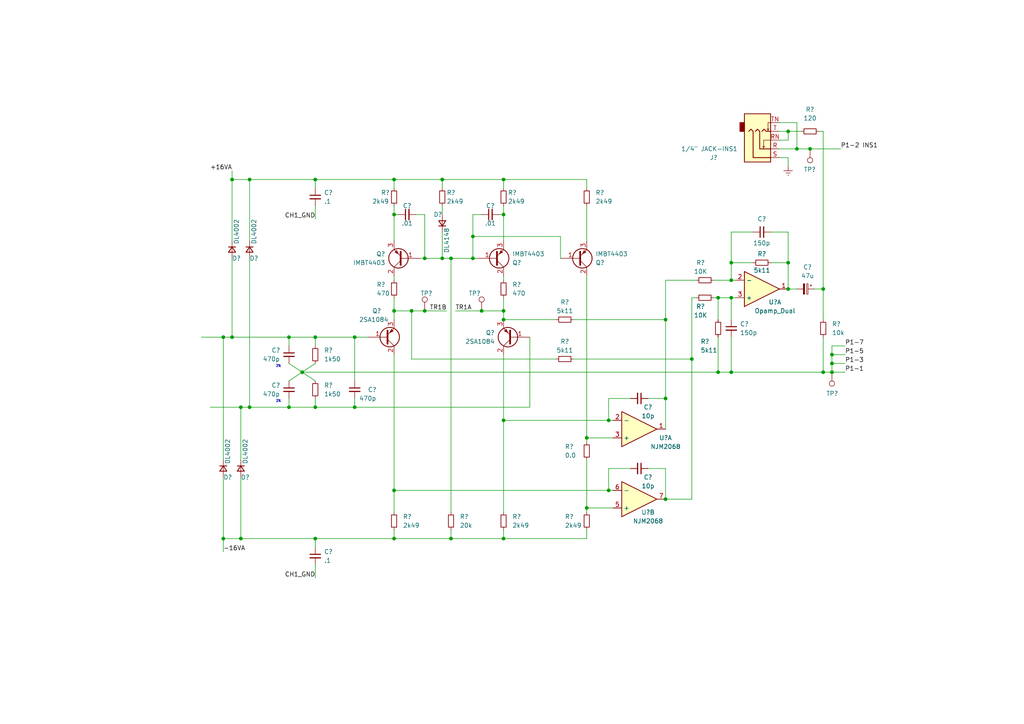
<source format=kicad_sch>
(kicad_sch (version 20211123) (generator eeschema)
  (paper "A4")
  (lib_symbols
    (symbol "Connector:AudioJack3_SwitchTR"
      (property "Reference" "J" (at 0 8.89 0))
      (property "Value" "AudioJack3_SwitchTR" (at 0 6.35 0))
      (symbol "AudioJack3_SwitchTR_0_1"
        (rectangle (start -5.08 -5.08) (end -6.35 -7.62) (stroke (width 0.254)) (fill (type outline)))
        (polyline (pts (xy 0.508 -0.254) (xy 0.762 -0.762)))
        (polyline (pts (xy 1.778 -5.334) (xy 2.032 -5.842)))
        (polyline (pts (xy 0 -5.08) (xy 0.635 -5.715) (xy 1.27 -5.08) (xy 2.54 -5.08)) (stroke (width 0.254)))
        (polyline (pts (xy 2.54 -7.62) (xy 1.778 -7.62) (xy 1.778 -5.334) (xy 1.524 -5.842)))
        (polyline (pts (xy 2.54 -2.54) (xy 0.508 -2.54) (xy 0.508 -0.254) (xy 0.254 -0.762)))
        (polyline (pts (xy -1.905 -5.08) (xy -1.27 -5.715) (xy -0.635 -5.08) (xy -0.635 0) (xy 2.54 0)) (stroke (width 0.254)))
        (polyline (pts (xy 2.54 2.54) (xy -2.54 2.54) (xy -2.54 -5.08) (xy -3.175 -5.715) (xy -3.81 -5.08)) (stroke (width 0.254)))
        (rectangle (start 2.54 3.81) (end -5.08 -10.16) (stroke (width 0.254)) (fill (type background)))
      )
      (symbol "AudioJack3_SwitchTR_1_1"
        (pin passive line (at 5.08 0 180) (length 2.54) (name "~") (number "R"))
        (pin passive line (at 5.08 -2.54 180) (length 2.54) (name "~") (number "RN"))
        (pin passive line (at 5.08 2.54 180) (length 2.54) (name "~") (number "S"))
        (pin passive line (at 5.08 -5.08 180) (length 2.54) (name "~") (number "T"))
        (pin passive line (at 5.08 -7.62 180) (length 2.54) (name "~") (number "TN"))
      )
    )
    (symbol "Connector:TestPoint" (pin_numbers hide) (pin_names (offset 0.762) hide)
      (property "Reference" "TP" (at 0 6.858 0))
      (property "Value" "TestPoint" (at 0 5.08 0))
      (symbol "TestPoint_0_1"
        (circle (center 0 3.302) (radius 0.762))
      )
      (symbol "TestPoint_1_1"
        (pin passive line (at 0 0 90) (length 2.54) (name "1") (number "1"))
      )
    )
    (symbol "Device:C_Polarized_Small" (pin_numbers hide) (pin_names (offset 0.254) hide)
      (property "Reference" "C" (at 0.254 1.778 0))
      (property "Value" "C_Polarized_Small" (at 0.254 -2.032 0))
      (symbol "C_Polarized_Small_0_1"
        (rectangle (start -1.524 -0.3048) (end 1.524 -0.6858) (fill (type outline)))
        (rectangle (start -1.524 0.6858) (end 1.524 0.3048))
        (polyline (pts (xy -1.27 1.524) (xy -0.762 1.524)))
        (polyline (pts (xy -1.016 1.27) (xy -1.016 1.778)))
      )
      (symbol "C_Polarized_Small_1_1"
        (pin passive line (at 0 2.54 270) (length 1.8542) (name "~") (number "1"))
        (pin passive line (at 0 -2.54 90) (length 1.8542) (name "~") (number "2"))
      )
    )
    (symbol "Device:C_Small" (pin_numbers hide) (pin_names (offset 0.254) hide)
      (property "Reference" "C" (at 0.254 1.778 0))
      (property "Value" "C_Small" (at 0.254 -2.032 0))
      (symbol "C_Small_0_1"
        (polyline (pts (xy -1.524 -0.508) (xy 1.524 -0.508)) (stroke (width 0.3302)))
        (polyline (pts (xy -1.524 0.508) (xy 1.524 0.508)) (stroke (width 0.3048)))
      )
      (symbol "C_Small_1_1"
        (pin passive line (at 0 2.54 270) (length 2.032) (name "~") (number "1"))
        (pin passive line (at 0 -2.54 90) (length 2.032) (name "~") (number "2"))
      )
    )
    (symbol "Device:D_Small" (pin_numbers hide) (pin_names (offset 0.254) hide)
      (property "Reference" "D" (at -1.27 2.032 0))
      (property "Value" "D_Small" (at -3.81 -2.032 0))
      (symbol "D_Small_0_1"
        (polyline (pts (xy -0.762 -1.016) (xy -0.762 1.016)) (stroke (width 0.254)))
        (polyline (pts (xy -0.762 0) (xy 0.762 0)))
        (polyline (pts (xy 0.762 -1.016) (xy -0.762 0) (xy 0.762 1.016) (xy 0.762 -1.016)) (stroke (width 0.254)))
      )
      (symbol "D_Small_1_1"
        (pin passive line (at -2.54 0 0) (length 1.778) (name "K") (number "1"))
        (pin passive line (at 2.54 0 180) (length 1.778) (name "A") (number "2"))
      )
    )
    (symbol "Device:Opamp_Dual"
      (property "Reference" "U" (at 0 5.08 0))
      (property "Value" "Opamp_Dual" (at 0 -5.08 0))
      (symbol "Opamp_Dual_1_1"
        (polyline (pts (xy -5.08 5.08) (xy 5.08 0) (xy -5.08 -5.08) (xy -5.08 5.08)) (stroke (width 0.254)) (fill (type background)))
        (pin output line (at 7.62 0 180) (length 2.54) (name "~") (number "1"))
        (pin input line (at -7.62 -2.54 0) (length 2.54) (name "-") (number "2"))
        (pin input line (at -7.62 2.54 0) (length 2.54) (name "+") (number "3"))
      )
      (symbol "Opamp_Dual_2_1"
        (polyline (pts (xy -5.08 5.08) (xy 5.08 0) (xy -5.08 -5.08) (xy -5.08 5.08)) (stroke (width 0.254)) (fill (type background)))
        (pin input line (at -7.62 2.54 0) (length 2.54) (name "+") (number "5"))
        (pin input line (at -7.62 -2.54 0) (length 2.54) (name "-") (number "6"))
        (pin output line (at 7.62 0 180) (length 2.54) (name "~") (number "7"))
      )
      (symbol "Opamp_Dual_3_1"
        (pin power_in line (at -2.54 -7.62 90) (length 3.81) (name "V-") (number "4"))
        (pin power_in line (at -2.54 7.62 270) (length 3.81) (name "V+") (number "8"))
      )
    )
    (symbol "Device:Q_PNP_BCE" (pin_names (offset 0) hide)
      (property "Reference" "Q" (at 5.08 1.27 0))
      (property "Value" "Q_PNP_BCE" (at 5.08 -1.27 0))
      (symbol "Q_PNP_BCE_0_1"
        (polyline (pts (xy 0.635 0.635) (xy 2.54 2.54)))
        (polyline (pts (xy 0.635 -0.635) (xy 2.54 -2.54) (xy 2.54 -2.54)))
        (polyline (pts (xy 0.635 1.905) (xy 0.635 -1.905) (xy 0.635 -1.905)) (stroke (width 0.508)))
        (polyline (pts (xy 2.286 -1.778) (xy 1.778 -2.286) (xy 1.27 -1.27) (xy 2.286 -1.778) (xy 2.286 -1.778)) (fill (type outline)))
        (circle (center 1.27 0) (radius 2.8194) (stroke (width 0.254)))
      )
      (symbol "Q_PNP_BCE_1_1"
        (pin input line (at -5.08 0 0) (length 5.715) (name "B") (number "1"))
        (pin passive line (at 2.54 5.08 270) (length 2.54) (name "C") (number "2"))
        (pin passive line (at 2.54 -5.08 90) (length 2.54) (name "E") (number "3"))
      )
    )
    (symbol "Device:R_Small" (pin_numbers hide) (pin_names (offset 0.254) hide)
      (property "Reference" "R" (at 0.762 0.508 0))
      (property "Value" "R_Small" (at 0.762 -1.016 0))
      (symbol "R_Small_0_1"
        (rectangle (start -0.762 1.778) (end 0.762 -1.778) (stroke (width 0.2032)))
      )
      (symbol "R_Small_1_1"
        (pin passive line (at 0 2.54 270) (length 0.762) (name "~") (number "1"))
        (pin passive line (at 0 -2.54 90) (length 0.762) (name "~") (number "2"))
      )
    )
    (symbol "power:Earth" (power) (pin_names (offset 0))
      (symbol "Earth_0_1"
        (polyline (pts (xy -0.635 -1.905) (xy 0.635 -1.905)))
        (polyline (pts (xy -0.127 -2.54) (xy 0.127 -2.54)))
        (polyline (pts (xy 0 -1.27) (xy 0 0)))
        (polyline (pts (xy 1.27 -1.27) (xy -1.27 -1.27)))
      )
      (symbol "Earth_1_1"
        (pin power_in line (at 0 0 270) (length 0) hide (name "Earth") (number "1"))
      )
    )
  )
  (junction (at 241.3 105.41))
  (junction (at 146.05 92.71))
  (junction (at 114.3 156.21))
  (junction (at 146.05 90.17))
  (junction (at 72.39 118.11))
  (junction (at 87.63 107.95))
  (junction (at 67.31 97.79))
  (junction (at 170.18 127))
  (junction (at 228.6 76.2))
  (junction (at 208.28 107.95))
  (junction (at 234.95 43.18))
  (junction (at 241.3 107.95))
  (junction (at 119.38 90.17))
  (junction (at 228.6 83.82))
  (junction (at 83.82 118.11))
  (junction (at 176.53 121.92))
  (junction (at 193.04 115.57))
  (junction (at 193.04 92.71))
  (junction (at 146.05 156.21))
  (junction (at 72.39 52.07))
  (junction (at 176.53 142.24))
  (junction (at 146.05 121.92))
  (junction (at 128.27 52.07))
  (junction (at 238.76 83.82))
  (junction (at 170.18 147.32))
  (junction (at 91.44 156.21))
  (junction (at 91.44 97.79))
  (junction (at 212.09 76.2))
  (junction (at 212.09 107.95))
  (junction (at 67.31 52.07))
  (junction (at 114.3 52.07))
  (junction (at 114.3 90.17))
  (junction (at 208.28 86.36))
  (junction (at 64.77 156.21))
  (junction (at 69.85 156.21))
  (junction (at 238.76 107.95))
  (junction (at 146.05 62.23))
  (junction (at 130.81 74.93))
  (junction (at 83.82 97.79))
  (junction (at 91.44 52.07))
  (junction (at 102.87 97.79))
  (junction (at 193.04 144.78))
  (junction (at 123.19 74.93))
  (junction (at 137.16 68.58))
  (junction (at 212.09 81.28))
  (junction (at 212.09 86.36))
  (junction (at 114.3 142.24))
  (junction (at 123.19 90.17))
  (junction (at 228.6 38.1))
  (junction (at 231.14 43.18))
  (junction (at 130.81 156.21))
  (junction (at 64.77 97.79))
  (junction (at 69.85 118.11))
  (junction (at 241.3 102.87))
  (junction (at 114.3 62.23))
  (junction (at 200.66 104.14))
  (junction (at 146.05 52.07))
  (junction (at 91.44 118.11))
  (junction (at 102.87 118.11))
  (junction (at 128.27 74.93))
  (junction (at 139.7 90.17))
  (junction (at 137.16 74.93))
  (wire (pts (xy 83.82 110.49) (xy 87.63 107.95)))
  (wire (pts (xy 120.65 62.23) (xy 123.19 62.23)))
  (wire (pts (xy 114.3 156.21) (xy 114.3 153.67)))
  (wire (pts (xy 200.66 144.78) (xy 200.66 104.14)))
  (wire (pts (xy 226.06 35.56) (xy 231.14 35.56)))
  (wire (pts (xy 170.18 133.35) (xy 170.18 147.32)))
  (wire (pts (xy 128.27 74.93) (xy 130.81 74.93)))
  (wire (pts (xy 102.87 97.79) (xy 102.87 110.49)))
  (wire (pts (xy 67.31 52.07) (xy 67.31 69.85)))
  (wire (pts (xy 231.14 35.56) (xy 231.14 43.18)))
  (wire (pts (xy 123.19 90.17) (xy 129.54 90.17)))
  (wire (pts (xy 64.77 156.21) (xy 64.77 160.02)))
  (wire (pts (xy 64.77 97.79) (xy 67.31 97.79)))
  (wire (pts (xy 228.6 83.82) (xy 228.6 76.2)))
  (wire (pts (xy 91.44 167.64) (xy 91.44 163.83)))
  (wire (pts (xy 130.81 156.21) (xy 130.81 153.67)))
  (wire (pts (xy 114.3 80.01) (xy 114.3 81.28)))
  (wire (pts (xy 83.82 118.11) (xy 83.82 115.57)))
  (wire (pts (xy 212.09 76.2) (xy 212.09 67.31)))
  (wire (pts (xy 114.3 54.61) (xy 114.3 52.07)))
  (wire (pts (xy 166.37 104.14) (xy 200.66 104.14)))
  (wire (pts (xy 69.85 118.11) (xy 69.85 133.35)))
  (wire (pts (xy 193.04 92.71) (xy 193.04 81.28)))
  (wire (pts (xy 238.76 83.82) (xy 238.76 38.1)))
  (wire (pts (xy 114.3 90.17) (xy 119.38 90.17)))
  (wire (pts (xy 176.53 121.92) (xy 146.05 121.92)))
  (wire (pts (xy 176.53 142.24) (xy 176.53 135.89)))
  (wire (pts (xy 64.77 138.43) (xy 64.77 156.21)))
  (wire (pts (xy 87.63 107.95) (xy 208.28 107.95)))
  (wire (pts (xy 144.78 62.23) (xy 146.05 62.23)))
  (wire (pts (xy 72.39 118.11) (xy 83.82 118.11)))
  (wire (pts (xy 245.11 107.95) (xy 241.3 107.95)))
  (wire (pts (xy 193.04 81.28) (xy 201.93 81.28)))
  (wire (pts (xy 176.53 142.24) (xy 114.3 142.24)))
  (wire (pts (xy 231.14 83.82) (xy 228.6 83.82)))
  (wire (pts (xy 69.85 156.21) (xy 91.44 156.21)))
  (wire (pts (xy 176.53 115.57) (xy 182.88 115.57)))
  (wire (pts (xy 241.3 102.87) (xy 241.3 100.33)))
  (wire (pts (xy 119.38 104.14) (xy 161.29 104.14)))
  (wire (pts (xy 228.6 45.72) (xy 228.6 48.26)))
  (wire (pts (xy 114.3 62.23) (xy 114.3 69.85)))
  (wire (pts (xy 170.18 128.27) (xy 170.18 127)))
  (wire (pts (xy 177.8 121.92) (xy 176.53 121.92)))
  (wire (pts (xy 208.28 86.36) (xy 208.28 92.71)))
  (wire (pts (xy 102.87 118.11) (xy 153.67 118.11)))
  (wire (pts (xy 237.49 38.1) (xy 238.76 38.1)))
  (wire (pts (xy 128.27 59.69) (xy 128.27 62.23)))
  (wire (pts (xy 228.6 67.31) (xy 228.6 76.2)))
  (wire (pts (xy 91.44 158.75) (xy 91.44 156.21)))
  (wire (pts (xy 170.18 69.85) (xy 170.18 59.69)))
  (wire (pts (xy 212.09 92.71) (xy 212.09 86.36)))
  (wire (pts (xy 137.16 68.58) (xy 162.56 68.58)))
  (wire (pts (xy 223.52 67.31) (xy 228.6 67.31)))
  (wire (pts (xy 146.05 102.87) (xy 146.05 121.92)))
  (wire (pts (xy 146.05 81.28) (xy 146.05 80.01)))
  (wire (pts (xy 114.3 92.71) (xy 114.3 90.17)))
  (wire (pts (xy 241.3 105.41) (xy 245.11 105.41)))
  (wire (pts (xy 208.28 107.95) (xy 212.09 107.95)))
  (wire (pts (xy 234.95 43.18) (xy 243.84 43.18)))
  (wire (pts (xy 170.18 148.59) (xy 170.18 147.32)))
  (wire (pts (xy 67.31 97.79) (xy 83.82 97.79)))
  (wire (pts (xy 153.67 118.11) (xy 153.67 97.79)))
  (wire (pts (xy 241.3 105.41) (xy 241.3 102.87)))
  (wire (pts (xy 187.96 135.89) (xy 193.04 135.89)))
  (wire (pts (xy 119.38 90.17) (xy 119.38 104.14)))
  (wire (pts (xy 123.19 62.23) (xy 123.19 74.93)))
  (wire (pts (xy 226.06 40.64) (xy 228.6 40.64)))
  (wire (pts (xy 241.3 107.95) (xy 241.3 105.41)))
  (wire (pts (xy 130.81 74.93) (xy 130.81 148.59)))
  (wire (pts (xy 64.77 97.79) (xy 64.77 133.35)))
  (wire (pts (xy 137.16 68.58) (xy 137.16 74.93)))
  (wire (pts (xy 231.14 43.18) (xy 226.06 43.18)))
  (wire (pts (xy 228.6 38.1) (xy 226.06 38.1)))
  (wire (pts (xy 72.39 52.07) (xy 91.44 52.07)))
  (wire (pts (xy 193.04 115.57) (xy 193.04 124.46)))
  (wire (pts (xy 231.14 43.18) (xy 234.95 43.18)))
  (wire (pts (xy 72.39 52.07) (xy 67.31 52.07)))
  (wire (pts (xy 212.09 81.28) (xy 213.36 81.28)))
  (wire (pts (xy 146.05 59.69) (xy 146.05 62.23)))
  (wire (pts (xy 128.27 52.07) (xy 146.05 52.07)))
  (wire (pts (xy 146.05 62.23) (xy 146.05 69.85)))
  (wire (pts (xy 69.85 156.21) (xy 69.85 138.43)))
  (wire (pts (xy 91.44 118.11) (xy 91.44 115.57)))
  (wire (pts (xy 130.81 74.93) (xy 137.16 74.93)))
  (wire (pts (xy 58.42 97.79) (xy 64.77 97.79)))
  (wire (pts (xy 115.57 62.23) (xy 114.3 62.23)))
  (wire (pts (xy 72.39 52.07) (xy 72.39 69.85)))
  (wire (pts (xy 177.8 127) (xy 170.18 127)))
  (wire (pts (xy 72.39 74.93) (xy 72.39 118.11)))
  (wire (pts (xy 130.81 156.21) (xy 146.05 156.21)))
  (wire (pts (xy 238.76 83.82) (xy 238.76 92.71)))
  (wire (pts (xy 91.44 156.21) (xy 114.3 156.21)))
  (wire (pts (xy 176.53 121.92) (xy 176.53 115.57)))
  (wire (pts (xy 212.09 86.36) (xy 208.28 86.36)))
  (wire (pts (xy 146.05 156.21) (xy 170.18 156.21)))
  (wire (pts (xy 87.63 107.95) (xy 91.44 105.41)))
  (wire (pts (xy 114.3 142.24) (xy 114.3 148.59)))
  (wire (pts (xy 123.19 74.93) (xy 128.27 74.93)))
  (wire (pts (xy 146.05 156.21) (xy 146.05 153.67)))
  (wire (pts (xy 114.3 90.17) (xy 114.3 86.36)))
  (wire (pts (xy 91.44 52.07) (xy 114.3 52.07)))
  (wire (pts (xy 223.52 76.2) (xy 228.6 76.2)))
  (wire (pts (xy 67.31 97.79) (xy 67.31 74.93)))
  (wire (pts (xy 91.44 63.5) (xy 91.44 59.69)))
  (wire (pts (xy 193.04 135.89) (xy 193.04 144.78)))
  (wire (pts (xy 139.7 62.23) (xy 137.16 62.23)))
  (wire (pts (xy 200.66 86.36) (xy 201.93 86.36)))
  (wire (pts (xy 170.18 153.67) (xy 170.18 156.21)))
  (wire (pts (xy 212.09 81.28) (xy 212.09 76.2)))
  (wire (pts (xy 170.18 52.07) (xy 170.18 54.61)))
  (wire (pts (xy 226.06 45.72) (xy 228.6 45.72)))
  (wire (pts (xy 187.96 115.57) (xy 193.04 115.57)))
  (wire (pts (xy 69.85 156.21) (xy 64.77 156.21)))
  (wire (pts (xy 87.63 107.95) (xy 83.82 105.41)))
  (wire (pts (xy 208.28 97.79) (xy 208.28 107.95)))
  (wire (pts (xy 91.44 54.61) (xy 91.44 52.07)))
  (wire (pts (xy 177.8 142.24) (xy 176.53 142.24)))
  (wire (pts (xy 176.53 135.89) (xy 182.88 135.89)))
  (wire (pts (xy 207.01 81.28) (xy 212.09 81.28)))
  (wire (pts (xy 60.96 118.11) (xy 69.85 118.11)))
  (wire (pts (xy 128.27 54.61) (xy 128.27 52.07)))
  (wire (pts (xy 212.09 107.95) (xy 238.76 107.95)))
  (wire (pts (xy 137.16 62.23) (xy 137.16 68.58)))
  (wire (pts (xy 114.3 156.21) (xy 130.81 156.21)))
  (wire (pts (xy 241.3 102.87) (xy 245.11 102.87)))
  (wire (pts (xy 177.8 147.32) (xy 170.18 147.32)))
  (wire (pts (xy 166.37 92.71) (xy 193.04 92.71)))
  (wire (pts (xy 200.66 104.14) (xy 200.66 86.36)))
  (wire (pts (xy 119.38 90.17) (xy 123.19 90.17)))
  (wire (pts (xy 213.36 86.36) (xy 212.09 86.36)))
  (wire (pts (xy 128.27 67.31) (xy 128.27 74.93)))
  (wire (pts (xy 162.56 68.58) (xy 162.56 74.93)))
  (wire (pts (xy 236.22 83.82) (xy 238.76 83.82)))
  (wire (pts (xy 238.76 97.79) (xy 238.76 107.95)))
  (wire (pts (xy 146.05 92.71) (xy 161.29 92.71)))
  (wire (pts (xy 170.18 127) (xy 170.18 80.01)))
  (wire (pts (xy 83.82 97.79) (xy 91.44 97.79)))
  (wire (pts (xy 123.19 74.93) (xy 121.92 74.93)))
  (wire (pts (xy 91.44 100.33) (xy 91.44 97.79)))
  (wire (pts (xy 146.05 52.07) (xy 146.05 54.61)))
  (wire (pts (xy 102.87 97.79) (xy 106.68 97.79)))
  (wire (pts (xy 69.85 118.11) (xy 72.39 118.11)))
  (wire (pts (xy 212.09 76.2) (xy 218.44 76.2)))
  (wire (pts (xy 102.87 115.57) (xy 102.87 118.11)))
  (wire (pts (xy 139.7 90.17) (xy 146.05 90.17)))
  (wire (pts (xy 212.09 97.79) (xy 212.09 107.95)))
  (wire (pts (xy 91.44 118.11) (xy 102.87 118.11)))
  (wire (pts (xy 114.3 102.87) (xy 114.3 142.24)))
  (wire (pts (xy 146.05 52.07) (xy 170.18 52.07)))
  (wire (pts (xy 87.63 107.95) (xy 91.44 110.49)))
  (wire (pts (xy 132.08 90.17) (xy 139.7 90.17)))
  (wire (pts (xy 238.76 107.95) (xy 241.3 107.95)))
  (wire (pts (xy 212.09 67.31) (xy 218.44 67.31)))
  (wire (pts (xy 228.6 40.64) (xy 228.6 38.1)))
  (wire (pts (xy 146.05 86.36) (xy 146.05 90.17)))
  (wire (pts (xy 83.82 118.11) (xy 91.44 118.11)))
  (wire (pts (xy 67.31 49.53) (xy 67.31 52.07)))
  (wire (pts (xy 91.44 97.79) (xy 102.87 97.79)))
  (wire (pts (xy 146.05 121.92) (xy 146.05 148.59)))
  (wire (pts (xy 228.6 38.1) (xy 232.41 38.1)))
  (wire (pts (xy 241.3 100.33) (xy 245.11 100.33)))
  (wire (pts (xy 114.3 59.69) (xy 114.3 62.23)))
  (wire (pts (xy 83.82 100.33) (xy 83.82 97.79)))
  (wire (pts (xy 114.3 52.07) (xy 128.27 52.07)))
  (wire (pts (xy 193.04 144.78) (xy 200.66 144.78)))
  (wire (pts (xy 193.04 92.71) (xy 193.04 115.57)))
  (wire (pts (xy 138.43 74.93) (xy 137.16 74.93)))
  (wire (pts (xy 146.05 90.17) (xy 146.05 92.71)))
  (wire (pts (xy 207.01 86.36) (xy 208.28 86.36)))
  (text "2%" (at 80.01 116.84 0) (effects (font (size 0.64 0.64)) (justify left bottom)))
  (text "2%" (at 80.01 106.68 0) (effects (font (size 0.64 0.64)) (justify left bottom)))
  (label "P1-2 INS1" (at 243.84 43.18 0))
  (label "TR1A" (at 132.08 90.17 0))
  (label "+16VA" (at 67.31 49.53 180))
  (label "P1-5" (at 245.11 102.87 0))
  (label "-16VA" (at 64.77 160.02 0))
  (label "CH1_GND" (at 91.44 63.5 180))
  (label "TR1B" (at 129.54 90.17 180))
  (label "P1-1" (at 245.11 107.95 0))
  (label "P1-7" (at 245.11 100.33 0))
  (label "CH1_GND" (at 91.44 167.64 180))
  (label "P1-3" (at 245.11 105.41 0))
  (symbol (lib_id "Device:C_Small") (at 142.24 62.23 90) (unit 1)
    (property "Reference" "C?" (at 142.24 59.69 90))
    (property "Value" ".01" (at 142.24 64.77 90))
  )
  (symbol (lib_id "Device:R_Small") (at 114.3 151.13 0) (unit 1)
    (property "Reference" "R?" (at 116.84 149.8599 0) (effects (justify left)))
    (property "Value" "2k49" (at 116.84 152.3999 0) (effects (justify left)))
  )
  (symbol (lib_id "Device:D_Small") (at 64.77 135.89 270) (unit 1)
    (property "Reference" "D?" (at 64.77 138.43 90) (effects (justify left)))
    (property "Value" "DL4002" (at 66.04 134.62 0) (effects (justify right)))
  )
  (symbol (lib_id "Connector:TestPoint") (at 123.19 90.17 0) (unit 1)
    (property "Reference" "TP?" (at 121.92 85.09 0) (effects (justify left)))
    (property "Value" "TestPoint" (effects hide))
  )
  (symbol (lib_id "Connector:TestPoint") (at 234.95 43.18 180) (unit 1)
    (property "Reference" "TP?" (at 233.0937 49.1828 0) (effects (justify right)))
    (property "Value" "TestPoint" (effects hide))
  )
  (symbol (lib_id "Device:D_Small") (at 67.31 72.39 270) (unit 1)
    (property "Reference" "D?" (at 67.31 74.93 90) (effects (justify left)))
    (property "Value" "DL4002" (at 68.58 63.5 0) (effects (justify left)))
  )
  (symbol (lib_id "Device:R_Small") (at 114.3 83.82 0) (unit 1)
    (property "Reference" "R?" (at 109.22 82.55 0) (effects (justify left)))
    (property "Value" "470" (at 109.22 85.09 0) (effects (justify left)))
  )
  (symbol (lib_id "Device:C_Small") (at 83.82 113.03 0) (unit 1)
    (property "Reference" "C?" (at 78.74 111.76 0) (effects (justify left)))
    (property "Value" "470p" (at 76.2 114.3 0) (effects (justify left)))
  )
  (symbol (lib_id "Device:C_Small") (at 185.42 135.89 270) (unit 1)
    (property "Reference" "C?" (at 187.96 138.43 90))
    (property "Value" "10p" (at 187.96 140.97 90))
  )
  (symbol (lib_id "Device:R_Small") (at 163.83 104.14 90) (unit 1)
    (property "Reference" "R?" (at 163.83 99.06 90))
    (property "Value" "5k11" (at 163.83 101.6 90))
  )
  (symbol (lib_id "Device:Q_PNP_BCE") (at 167.64 74.93 0) (mirror x) (unit 1)
    (property "Reference" "Q?" (at 172.72 76.2001 0) (effects (justify left)))
    (property "Value" "IMBT4403" (at 172.72 73.6601 0) (effects (justify left)))
  )
  (symbol (lib_id "Device:R_Small") (at 163.83 92.71 90) (unit 1)
    (property "Reference" "R?" (at 163.83 87.63 90))
    (property "Value" "5k11" (at 163.83 90.17 90))
  )
  (symbol (lib_id "Connector:TestPoint") (at 139.7 90.17 0) (unit 1)
    (property "Reference" "TP?" (at 135.89 85.09 0) (effects (justify left)))
    (property "Value" "TestPoint" (effects hide))
  )
  (symbol (lib_id "Device:R_Small") (at 238.76 95.25 0) (unit 1)
    (property "Reference" "R?" (at 241.3 93.9799 0) (effects (justify left)))
    (property "Value" "10k" (at 241.3 96.5199 0) (effects (justify left)))
  )
  (symbol (lib_id "Device:C_Polarized_Small") (at 233.68 83.82 270) (unit 1)
    (property "Reference" "C?" (at 234.2261 77.47 90))
    (property "Value" "47u" (at 234.2261 80.01 90))
  )
  (symbol (lib_id "Device:R_Small") (at 208.28 95.25 0) (unit 1)
    (property "Reference" "R?" (at 203.2 99.06 0) (effects (justify left)))
    (property "Value" "5k11" (at 203.2 101.6 0) (effects (justify left)))
  )
  (symbol (lib_id "Device:Q_PNP_BCE") (at 143.51 74.93 0) (mirror x) (unit 1)
    (property "Reference" "Q?" (at 148.59 76.2001 0) (effects (justify left)))
    (property "Value" "IMBT4403" (at 148.59 73.6601 0) (effects (justify left)))
  )
  (symbol (lib_id "Device:Opamp_Dual") (at 220.98 83.82 0) (mirror x) (unit 1)
    (property "Reference" "U?" (at 224.79 87.63 0))
    (property "Value" "Opamp_Dual" (at 224.79 90.17 0))
  )
  (symbol (lib_id "Device:R_Small") (at 234.95 38.1 90) (unit 1)
    (property "Reference" "R?" (at 234.95 31.75 90))
    (property "Value" "120" (at 234.95 34.29 90))
  )
  (symbol (lib_id "Device:R_Small") (at 220.98 76.2 90) (unit 1)
    (property "Reference" "R?" (at 220.98 73.66 90))
    (property "Value" "5k11" (at 221.0128 78.4188 90))
  )
  (symbol (lib_id "Device:C_Small") (at 118.11 62.23 90) (unit 1)
    (property "Reference" "C?" (at 118.11 59.69 90))
    (property "Value" ".01" (at 118.11 64.77 90))
  )
  (symbol (lib_id "Device:R_Small") (at 146.05 57.15 0) (unit 1)
    (property "Reference" "R?" (at 147.32 55.88 0) (effects (justify left)))
    (property "Value" "2k49" (at 147.32 58.42 0) (effects (justify left)))
  )
  (symbol (lib_id "Device:R_Small") (at 204.47 86.36 90) (unit 1)
    (property "Reference" "R?" (at 203.2 88.9 90))
    (property "Value" "10K" (at 203.2 91.44 90))
  )
  (symbol (lib_id "Connector:TestPoint") (at 241.3 107.95 180) (unit 1)
    (property "Reference" "TP?" (at 239.6179 114.1446 0) (effects (justify right)))
    (property "Value" "TestPoint" (effects hide))
  )
  (symbol (lib_id "Device:C_Small") (at 91.44 161.29 0) (unit 1)
    (property "Reference" "C?" (at 93.98 160.0262 0) (effects (justify left)))
    (property "Value" ".1" (at 93.98 162.5662 0) (effects (justify left)))
  )
  (symbol (lib_id "Device:C_Small") (at 91.44 57.15 0) (unit 1)
    (property "Reference" "C?" (at 93.98 55.8862 0) (effects (justify left)))
    (property "Value" ".1" (at 93.98 58.4262 0) (effects (justify left)))
  )
  (symbol (lib_id "Device:Q_PNP_BCE") (at 111.76 97.79 0) (mirror x) (unit 1)
    (property "Reference" "Q?" (at 107.95 90.17 0) (effects (justify left)))
    (property "Value" "2SA1084" (at 104.14 92.71 0) (effects (justify left)))
  )
  (symbol (lib_id "Device:C_Small") (at 83.82 102.87 0) (unit 1)
    (property "Reference" "C?" (at 78.74 101.6 0) (effects (justify left)))
    (property "Value" "470p" (at 76.2 104.14 0) (effects (justify left)))
  )
  (symbol (lib_id "Device:R_Small") (at 170.18 57.15 0) (unit 1)
    (property "Reference" "R?" (at 172.72 55.8799 0) (effects (justify left)))
    (property "Value" "2k49" (at 172.72 58.4199 0) (effects (justify left)))
  )
  (symbol (lib_id "Device:R_Small") (at 114.3 57.15 0) (unit 1)
    (property "Reference" "R?" (at 110.49 55.88 0) (effects (justify left)))
    (property "Value" "2k49" (at 107.95 58.42 0) (effects (justify left)))
  )
  (symbol (lib_id "Device:R_Small") (at 146.05 151.13 0) (unit 1)
    (property "Reference" "R?" (at 148.59 149.8599 0) (effects (justify left)))
    (property "Value" "2k49" (at 148.59 152.3999 0) (effects (justify left)))
  )
  (symbol (lib_id "power:Earth") (at 228.6 48.26 0) (unit 1)
    (property "Reference" "#PWR0105" (effects hide))
    (property "Value" "Earth" (effects hide))
  )
  (symbol (lib_id "Device:Opamp_Dual") (at 185.42 124.46 0) (mirror x) (unit 1)
    (property "Reference" "U?" (at 193.04 127 0))
    (property "Value" "NJM2068" (at 193.04 129.54 0))
  )
  (symbol (lib_id "Device:D_Small") (at 128.27 64.77 90) (unit 1)
    (property "Reference" "D?" (at 125.73 62.23 90) (effects (justify right)))
    (property "Value" "DL4148" (at 129.54 66.04 0) (effects (justify right)))
  )
  (symbol (lib_id "Device:Q_PNP_BCE") (at 116.84 74.93 180) (unit 1)
    (property "Reference" "Q?" (at 111.76 73.6599 0) (effects (justify left)))
    (property "Value" "IMBT4403" (at 111.76 76.1999 0) (effects (justify left)))
  )
  (symbol (lib_id "Device:C_Small") (at 185.42 115.57 270) (unit 1)
    (property "Reference" "C?" (at 187.96 118.11 90))
    (property "Value" "10p" (at 187.96 120.65 90))
  )
  (symbol (lib_id "Device:D_Small") (at 69.85 135.89 270) (unit 1)
    (property "Reference" "D?" (at 69.85 138.43 90) (effects (justify left)))
    (property "Value" "DL4002" (at 71.12 134.62 0) (effects (justify right)))
  )
  (symbol (lib_id "Device:C_Small") (at 220.98 67.31 90) (unit 1)
    (property "Reference" "C?" (at 220.98 63.5 90))
    (property "Value" "150p" (at 220.9139 70.5017 90))
  )
  (symbol (lib_id "Connector:AudioJack3_SwitchTR") (at 220.98 43.18 0) (mirror x) (unit 1)
    (property "Reference" "J?" (at 207.01 45.72 0))
    (property "Value" "1/4\" JACK-INS1" (at 205.74 43.18 0))
  )
  (symbol (lib_id "Device:R_Small") (at 146.05 83.82 0) (unit 1)
    (property "Reference" "R?" (at 148.59 82.5499 0) (effects (justify left)))
    (property "Value" "470" (at 148.59 85.0899 0) (effects (justify left)))
  )
  (symbol (lib_id "Device:C_Small") (at 102.87 113.03 0) (unit 1)
    (property "Reference" "C?" (at 106.68 113.03 0) (effects (justify left)))
    (property "Value" "470p" (at 104.14 115.57 0) (effects (justify left)))
  )
  (symbol (lib_id "Device:Q_PNP_BCE") (at 148.59 97.79 180) (unit 1)
    (property "Reference" "Q?" (at 143.51 96.5199 0) (effects (justify left)))
    (property "Value" "2SA1084" (at 143.51 99.0599 0) (effects (justify left)))
  )
  (symbol (lib_id "Device:R_Small") (at 91.44 113.03 0) (unit 1)
    (property "Reference" "R?" (at 93.98 111.7599 0) (effects (justify left)))
    (property "Value" "1k50" (at 93.98 114.2999 0) (effects (justify left)))
  )
  (symbol (lib_id "Device:R_Small") (at 170.18 130.81 0) (unit 1)
    (property "Reference" "R?" (at 163.83 129.54 0) (effects (justify left)))
    (property "Value" "0.0" (at 163.83 132.08 0) (effects (justify left)))
  )
  (symbol (lib_id "Device:R_Small") (at 204.47 81.28 90) (unit 1)
    (property "Reference" "R?" (at 203.2 76.2 90))
    (property "Value" "10K" (at 203.2 78.74 90))
  )
  (symbol (lib_id "Device:R_Small") (at 130.81 151.13 0) (unit 1)
    (property "Reference" "R?" (at 133.35 149.8599 0) (effects (justify left)))
    (property "Value" "20k" (at 133.35 152.4 0) (effects (justify left)))
  )
  (symbol (lib_id "Device:R_Small") (at 128.27 57.15 0) (unit 1)
    (property "Reference" "R?" (at 129.54 55.88 0) (effects (justify left)))
    (property "Value" "2k49" (at 129.54 58.42 0) (effects (justify left)))
  )
  (symbol (lib_id "Device:R_Small") (at 91.44 102.87 0) (unit 1)
    (property "Reference" "R?" (at 93.98 101.5999 0) (effects (justify left)))
    (property "Value" "1k50" (at 93.98 104.1399 0) (effects (justify left)))
  )
  (symbol (lib_id "Device:D_Small") (at 72.39 72.39 270) (unit 1)
    (property "Reference" "D?" (at 72.39 74.93 90) (effects (justify left)))
    (property "Value" "DL4002" (at 73.66 63.5 0) (effects (justify left)))
  )
  (symbol (lib_id "Device:C_Small") (at 212.09 95.25 0) (unit 1)
    (property "Reference" "C?" (at 214.63 93.9862 0) (effects (justify left)))
    (property "Value" "150p" (at 214.63 96.5262 0) (effects (justify left)))
  )
  (symbol (lib_id "Device:Opamp_Dual") (at 185.42 144.78 0) (mirror x) (unit 2)
    (property "Reference" "U?" (at 187.96 148.59 0))
    (property "Value" "NJM2068" (at 187.96 151.13 0))
  )
  (symbol (lib_id "Device:R_Small") (at 170.18 151.13 0) (unit 1)
    (property "Reference" "R?" (at 163.83 149.86 0) (effects (justify left)))
    (property "Value" "2k49" (at 163.83 152.4 0) (effects (justify left)))
  )
)
</source>
